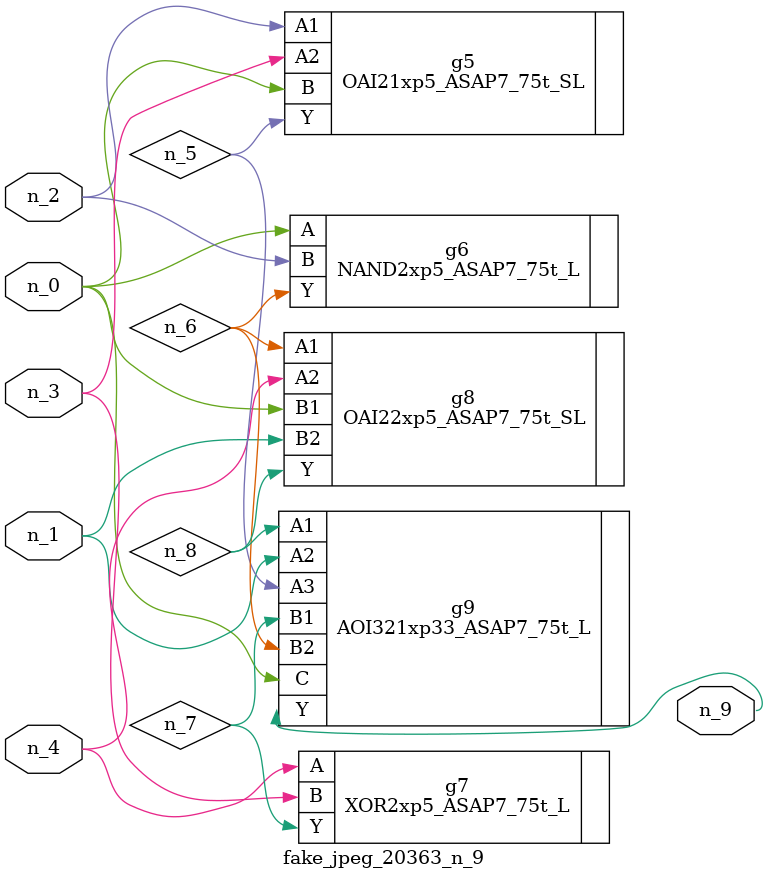
<source format=v>
module fake_jpeg_20363_n_9 (n_3, n_2, n_1, n_0, n_4, n_9);

input n_3;
input n_2;
input n_1;
input n_0;
input n_4;

output n_9;

wire n_8;
wire n_6;
wire n_5;
wire n_7;

OAI21xp5_ASAP7_75t_SL g5 ( 
.A1(n_2),
.A2(n_3),
.B(n_0),
.Y(n_5)
);

NAND2xp5_ASAP7_75t_L g6 ( 
.A(n_0),
.B(n_2),
.Y(n_6)
);

XOR2xp5_ASAP7_75t_L g7 ( 
.A(n_4),
.B(n_3),
.Y(n_7)
);

OAI22xp5_ASAP7_75t_SL g8 ( 
.A1(n_6),
.A2(n_4),
.B1(n_0),
.B2(n_1),
.Y(n_8)
);

AOI321xp33_ASAP7_75t_L g9 ( 
.A1(n_8),
.A2(n_1),
.A3(n_5),
.B1(n_7),
.B2(n_6),
.C(n_0),
.Y(n_9)
);


endmodule
</source>
